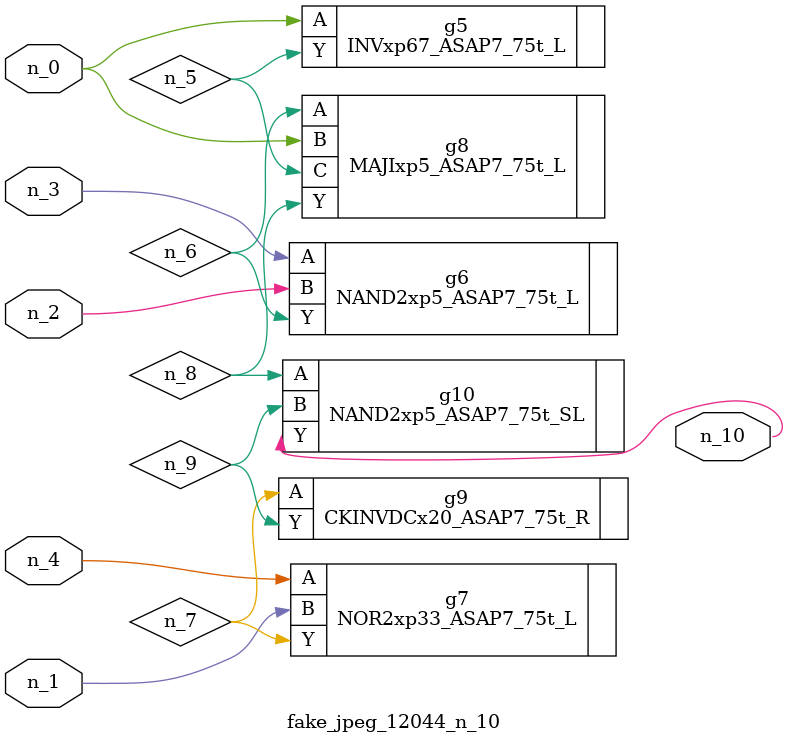
<source format=v>
module fake_jpeg_12044_n_10 (n_3, n_2, n_1, n_0, n_4, n_10);

input n_3;
input n_2;
input n_1;
input n_0;
input n_4;

output n_10;

wire n_8;
wire n_9;
wire n_6;
wire n_5;
wire n_7;

INVxp67_ASAP7_75t_L g5 ( 
.A(n_0),
.Y(n_5)
);

NAND2xp5_ASAP7_75t_L g6 ( 
.A(n_3),
.B(n_2),
.Y(n_6)
);

NOR2xp33_ASAP7_75t_L g7 ( 
.A(n_4),
.B(n_1),
.Y(n_7)
);

MAJIxp5_ASAP7_75t_L g8 ( 
.A(n_6),
.B(n_0),
.C(n_5),
.Y(n_8)
);

NAND2xp5_ASAP7_75t_SL g10 ( 
.A(n_8),
.B(n_9),
.Y(n_10)
);

CKINVDCx20_ASAP7_75t_R g9 ( 
.A(n_7),
.Y(n_9)
);


endmodule
</source>
